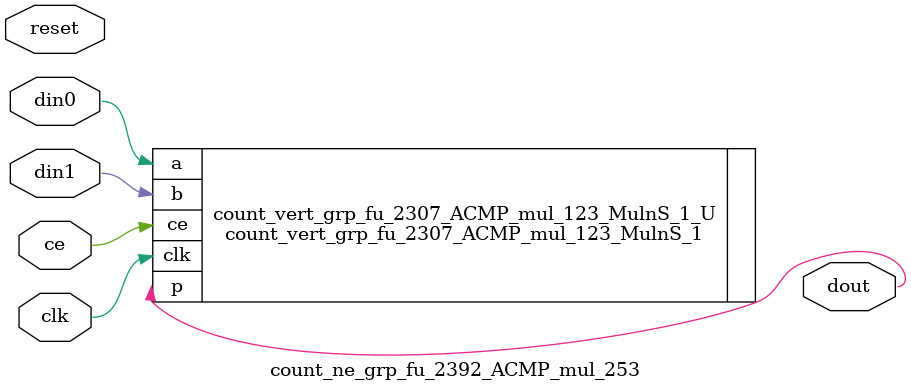
<source format=v>

`timescale 1 ns / 1 ps
module count_ne_grp_fu_2392_ACMP_mul_253(
    clk,
    reset,
    ce,
    din0,
    din1,
    dout);

parameter ID = 32'd1;
parameter NUM_STAGE = 32'd1;
parameter din0_WIDTH = 32'd1;
parameter din1_WIDTH = 32'd1;
parameter dout_WIDTH = 32'd1;
input clk;
input reset;
input ce;
input[din0_WIDTH - 1:0] din0;
input[din1_WIDTH - 1:0] din1;
output[dout_WIDTH - 1:0] dout;



count_vert_grp_fu_2307_ACMP_mul_123_MulnS_1 count_vert_grp_fu_2307_ACMP_mul_123_MulnS_1_U(
    .clk( clk ),
    .ce( ce ),
    .a( din0 ),
    .b( din1 ),
    .p( dout ));

endmodule

</source>
